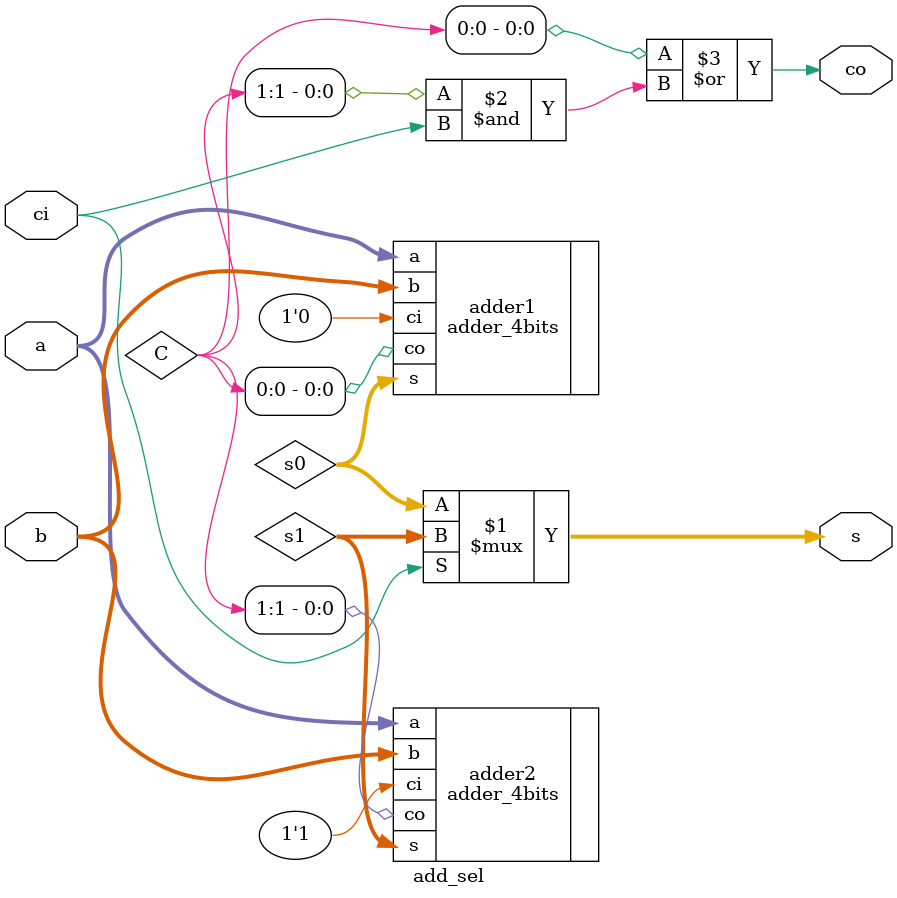
<source format=v>
module add_sel(a, b, ci, co, s);
	input[3:0] a, b;
	input ci;
	output [3:0] s;
	output co;
	
	wire [2:0] C;
	wire [3:0] s0, s1;
	
	adder_4bits adder1(.a(a), .b(b), .ci(1'b0), .s(s0), .co(C[0]));
	adder_4bits adder2(.a(a), .b(b), .ci(1'b1), .s(s1), .co(C[1]));
	
	assign s = ci?s1:s0;
	//mux4_1 mux(.ina(s0), .inb(s1), .addr(ci), .out(s));
	
	assign co = C[0] | C[1]&ci;
endmodule
</source>
